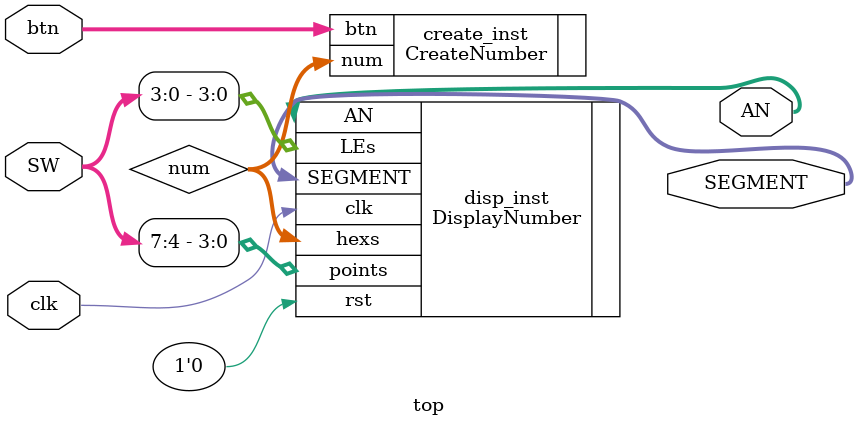
<source format=v>
module top(
    input clk,
    input [7:0] SW,
    input [3:0] btn,
    output[3:0] AN,
    output[7:0] SEGMENT
);

    wire [15:0] num;

    CreateNumber create_inst(
        .btn(btn),
        .num(num)
    );

    DisplayNumber disp_inst(
        .clk(clk),
        .rst(1'b0),
        .hexs(num),
        .points(SW[7:4]),
        .LEs(SW[3:0]),
        .AN(AN),
        .SEGMENT(SEGMENT)
    );

endmodule
</source>
